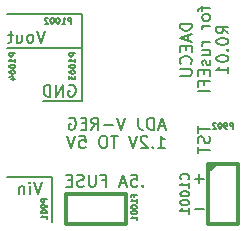
<source format=gbo>
G04 (created by PCBNEW (2013-07-07 BZR 4022)-stable) date 10/06/2015 20:15:53*
%MOIN*%
G04 Gerber Fmt 3.4, Leading zero omitted, Abs format*
%FSLAX34Y34*%
G01*
G70*
G90*
G04 APERTURE LIST*
%ADD10C,0.00590551*%
%ADD11C,0.005*%
%ADD12C,0.008*%
%ADD13C,0.012*%
G04 APERTURE END LIST*
G54D10*
G54D11*
X38816Y-33473D02*
X38797Y-33492D01*
X38816Y-33511D01*
X38835Y-33492D01*
X38816Y-33473D01*
X38816Y-33511D01*
X38435Y-33111D02*
X38626Y-33111D01*
X38645Y-33302D01*
X38626Y-33283D01*
X38588Y-33264D01*
X38492Y-33264D01*
X38454Y-33283D01*
X38435Y-33302D01*
X38416Y-33340D01*
X38416Y-33435D01*
X38435Y-33473D01*
X38454Y-33492D01*
X38492Y-33511D01*
X38588Y-33511D01*
X38626Y-33492D01*
X38645Y-33473D01*
X38264Y-33397D02*
X38073Y-33397D01*
X38302Y-33511D02*
X38169Y-33111D01*
X38035Y-33511D01*
X37464Y-33302D02*
X37597Y-33302D01*
X37597Y-33511D02*
X37597Y-33111D01*
X37407Y-33111D01*
X37254Y-33111D02*
X37254Y-33435D01*
X37235Y-33473D01*
X37216Y-33492D01*
X37178Y-33511D01*
X37102Y-33511D01*
X37064Y-33492D01*
X37045Y-33473D01*
X37026Y-33435D01*
X37026Y-33111D01*
X36854Y-33492D02*
X36797Y-33511D01*
X36702Y-33511D01*
X36664Y-33492D01*
X36645Y-33473D01*
X36626Y-33435D01*
X36626Y-33397D01*
X36645Y-33359D01*
X36664Y-33340D01*
X36702Y-33321D01*
X36778Y-33302D01*
X36816Y-33283D01*
X36835Y-33264D01*
X36854Y-33226D01*
X36854Y-33188D01*
X36835Y-33150D01*
X36816Y-33130D01*
X36778Y-33111D01*
X36683Y-33111D01*
X36626Y-33130D01*
X36454Y-33302D02*
X36321Y-33302D01*
X36264Y-33511D02*
X36454Y-33511D01*
X36454Y-33111D01*
X36264Y-33111D01*
X39549Y-31497D02*
X39359Y-31497D01*
X39588Y-31611D02*
X39454Y-31211D01*
X39321Y-31611D01*
X39188Y-31611D02*
X39188Y-31211D01*
X39092Y-31211D01*
X39035Y-31230D01*
X38997Y-31269D01*
X38978Y-31307D01*
X38959Y-31383D01*
X38959Y-31440D01*
X38978Y-31516D01*
X38997Y-31554D01*
X39035Y-31592D01*
X39092Y-31611D01*
X39188Y-31611D01*
X38673Y-31211D02*
X38673Y-31497D01*
X38692Y-31554D01*
X38730Y-31592D01*
X38788Y-31611D01*
X38826Y-31611D01*
X38235Y-31211D02*
X38102Y-31611D01*
X37969Y-31211D01*
X37835Y-31459D02*
X37530Y-31459D01*
X37111Y-31611D02*
X37245Y-31421D01*
X37340Y-31611D02*
X37340Y-31211D01*
X37188Y-31211D01*
X37150Y-31230D01*
X37130Y-31250D01*
X37111Y-31288D01*
X37111Y-31345D01*
X37130Y-31383D01*
X37150Y-31402D01*
X37188Y-31421D01*
X37340Y-31421D01*
X36940Y-31402D02*
X36807Y-31402D01*
X36750Y-31611D02*
X36940Y-31611D01*
X36940Y-31211D01*
X36750Y-31211D01*
X36369Y-31230D02*
X36407Y-31211D01*
X36464Y-31211D01*
X36521Y-31230D01*
X36559Y-31269D01*
X36578Y-31307D01*
X36597Y-31383D01*
X36597Y-31440D01*
X36578Y-31516D01*
X36559Y-31554D01*
X36521Y-31592D01*
X36464Y-31611D01*
X36426Y-31611D01*
X36369Y-31592D01*
X36350Y-31573D01*
X36350Y-31440D01*
X36426Y-31440D01*
X39321Y-32221D02*
X39549Y-32221D01*
X39435Y-32221D02*
X39435Y-31821D01*
X39473Y-31879D01*
X39511Y-31917D01*
X39549Y-31936D01*
X39149Y-32183D02*
X39130Y-32202D01*
X39149Y-32221D01*
X39169Y-32202D01*
X39149Y-32183D01*
X39149Y-32221D01*
X38978Y-31860D02*
X38959Y-31840D01*
X38921Y-31821D01*
X38826Y-31821D01*
X38788Y-31840D01*
X38769Y-31860D01*
X38749Y-31898D01*
X38749Y-31936D01*
X38769Y-31993D01*
X38997Y-32221D01*
X38749Y-32221D01*
X38635Y-31821D02*
X38502Y-32221D01*
X38369Y-31821D01*
X37988Y-31821D02*
X37759Y-31821D01*
X37873Y-32221D02*
X37873Y-31821D01*
X37549Y-31821D02*
X37473Y-31821D01*
X37435Y-31840D01*
X37397Y-31879D01*
X37378Y-31955D01*
X37378Y-32088D01*
X37397Y-32164D01*
X37435Y-32202D01*
X37473Y-32221D01*
X37549Y-32221D01*
X37588Y-32202D01*
X37626Y-32164D01*
X37645Y-32088D01*
X37645Y-31955D01*
X37626Y-31879D01*
X37588Y-31840D01*
X37549Y-31821D01*
X36711Y-31821D02*
X36902Y-31821D01*
X36921Y-32012D01*
X36902Y-31993D01*
X36864Y-31974D01*
X36769Y-31974D01*
X36730Y-31993D01*
X36711Y-32012D01*
X36692Y-32050D01*
X36692Y-32145D01*
X36711Y-32183D01*
X36730Y-32202D01*
X36769Y-32221D01*
X36864Y-32221D01*
X36902Y-32202D01*
X36921Y-32183D01*
X36578Y-31821D02*
X36445Y-32221D01*
X36311Y-31821D01*
X40461Y-28083D02*
X40061Y-28083D01*
X40061Y-28178D01*
X40080Y-28235D01*
X40119Y-28273D01*
X40157Y-28292D01*
X40233Y-28311D01*
X40290Y-28311D01*
X40366Y-28292D01*
X40404Y-28273D01*
X40442Y-28235D01*
X40461Y-28178D01*
X40461Y-28083D01*
X40347Y-28464D02*
X40347Y-28654D01*
X40461Y-28426D02*
X40061Y-28559D01*
X40461Y-28692D01*
X40252Y-28826D02*
X40252Y-28959D01*
X40461Y-29016D02*
X40461Y-28826D01*
X40061Y-28826D01*
X40061Y-29016D01*
X40423Y-29416D02*
X40442Y-29397D01*
X40461Y-29340D01*
X40461Y-29302D01*
X40442Y-29245D01*
X40404Y-29207D01*
X40366Y-29188D01*
X40290Y-29169D01*
X40233Y-29169D01*
X40157Y-29188D01*
X40119Y-29207D01*
X40080Y-29245D01*
X40061Y-29302D01*
X40061Y-29340D01*
X40080Y-29397D01*
X40100Y-29416D01*
X40061Y-29588D02*
X40385Y-29588D01*
X40423Y-29607D01*
X40442Y-29626D01*
X40461Y-29664D01*
X40461Y-29740D01*
X40442Y-29778D01*
X40423Y-29797D01*
X40385Y-29816D01*
X40061Y-29816D01*
X40805Y-27502D02*
X40805Y-27654D01*
X41071Y-27559D02*
X40729Y-27559D01*
X40690Y-27578D01*
X40671Y-27616D01*
X40671Y-27654D01*
X41071Y-27845D02*
X41052Y-27807D01*
X41033Y-27788D01*
X40995Y-27769D01*
X40881Y-27769D01*
X40843Y-27788D01*
X40824Y-27807D01*
X40805Y-27845D01*
X40805Y-27902D01*
X40824Y-27940D01*
X40843Y-27959D01*
X40881Y-27978D01*
X40995Y-27978D01*
X41033Y-27959D01*
X41052Y-27940D01*
X41071Y-27902D01*
X41071Y-27845D01*
X41071Y-28150D02*
X40805Y-28150D01*
X40881Y-28150D02*
X40843Y-28169D01*
X40824Y-28188D01*
X40805Y-28226D01*
X40805Y-28264D01*
X41071Y-28702D02*
X40805Y-28702D01*
X40881Y-28702D02*
X40843Y-28721D01*
X40824Y-28740D01*
X40805Y-28778D01*
X40805Y-28816D01*
X40805Y-29121D02*
X41071Y-29121D01*
X40805Y-28950D02*
X41014Y-28950D01*
X41052Y-28969D01*
X41071Y-29007D01*
X41071Y-29064D01*
X41052Y-29102D01*
X41033Y-29121D01*
X41052Y-29292D02*
X41071Y-29330D01*
X41071Y-29407D01*
X41052Y-29445D01*
X41014Y-29464D01*
X40995Y-29464D01*
X40957Y-29445D01*
X40938Y-29407D01*
X40938Y-29350D01*
X40919Y-29311D01*
X40881Y-29292D01*
X40862Y-29292D01*
X40824Y-29311D01*
X40805Y-29350D01*
X40805Y-29407D01*
X40824Y-29445D01*
X40862Y-29635D02*
X40862Y-29769D01*
X41071Y-29826D02*
X41071Y-29635D01*
X40671Y-29635D01*
X40671Y-29826D01*
X40862Y-30130D02*
X40862Y-29997D01*
X41071Y-29997D02*
X40671Y-29997D01*
X40671Y-30188D01*
X41071Y-30340D02*
X40671Y-30340D01*
X41681Y-28407D02*
X41491Y-28273D01*
X41681Y-28178D02*
X41281Y-28178D01*
X41281Y-28330D01*
X41300Y-28369D01*
X41320Y-28388D01*
X41358Y-28407D01*
X41415Y-28407D01*
X41453Y-28388D01*
X41472Y-28369D01*
X41491Y-28330D01*
X41491Y-28178D01*
X41281Y-28654D02*
X41281Y-28692D01*
X41300Y-28730D01*
X41320Y-28750D01*
X41358Y-28769D01*
X41434Y-28788D01*
X41529Y-28788D01*
X41605Y-28769D01*
X41643Y-28750D01*
X41662Y-28730D01*
X41681Y-28692D01*
X41681Y-28654D01*
X41662Y-28616D01*
X41643Y-28597D01*
X41605Y-28578D01*
X41529Y-28559D01*
X41434Y-28559D01*
X41358Y-28578D01*
X41320Y-28597D01*
X41300Y-28616D01*
X41281Y-28654D01*
X41643Y-28959D02*
X41662Y-28978D01*
X41681Y-28959D01*
X41662Y-28940D01*
X41643Y-28959D01*
X41681Y-28959D01*
X41281Y-29226D02*
X41281Y-29264D01*
X41300Y-29302D01*
X41320Y-29321D01*
X41358Y-29340D01*
X41434Y-29359D01*
X41529Y-29359D01*
X41605Y-29340D01*
X41643Y-29321D01*
X41662Y-29302D01*
X41681Y-29264D01*
X41681Y-29226D01*
X41662Y-29188D01*
X41643Y-29169D01*
X41605Y-29150D01*
X41529Y-29130D01*
X41434Y-29130D01*
X41358Y-29150D01*
X41320Y-29169D01*
X41300Y-29188D01*
X41281Y-29226D01*
X41681Y-29740D02*
X41681Y-29511D01*
X41681Y-29626D02*
X41281Y-29626D01*
X41339Y-29588D01*
X41377Y-29550D01*
X41396Y-29511D01*
X40661Y-31492D02*
X40661Y-31721D01*
X41061Y-31607D02*
X40661Y-31607D01*
X41042Y-31835D02*
X41061Y-31892D01*
X41061Y-31988D01*
X41042Y-32026D01*
X41023Y-32045D01*
X40985Y-32064D01*
X40947Y-32064D01*
X40909Y-32045D01*
X40890Y-32026D01*
X40871Y-31988D01*
X40852Y-31911D01*
X40833Y-31873D01*
X40814Y-31854D01*
X40776Y-31835D01*
X40738Y-31835D01*
X40700Y-31854D01*
X40680Y-31873D01*
X40661Y-31911D01*
X40661Y-32007D01*
X40680Y-32064D01*
X40661Y-32178D02*
X40661Y-32407D01*
X41061Y-32292D02*
X40661Y-32292D01*
G54D12*
X36800Y-27750D02*
X34300Y-27750D01*
X36800Y-28900D02*
X36800Y-27750D01*
X36800Y-30650D02*
X35500Y-30650D01*
X36800Y-28900D02*
X36800Y-30650D01*
X34300Y-28900D02*
X36800Y-28900D01*
X35800Y-33200D02*
X34300Y-33200D01*
X35800Y-34700D02*
X35800Y-33200D01*
G54D11*
X35459Y-33361D02*
X35326Y-33761D01*
X35192Y-33361D01*
X35059Y-33761D02*
X35059Y-33495D01*
X35059Y-33361D02*
X35078Y-33380D01*
X35059Y-33400D01*
X35040Y-33380D01*
X35059Y-33361D01*
X35059Y-33400D01*
X34869Y-33495D02*
X34869Y-33761D01*
X34869Y-33533D02*
X34849Y-33514D01*
X34811Y-33495D01*
X34754Y-33495D01*
X34716Y-33514D01*
X34697Y-33552D01*
X34697Y-33761D01*
X35559Y-28311D02*
X35426Y-28711D01*
X35292Y-28311D01*
X35102Y-28711D02*
X35140Y-28692D01*
X35159Y-28673D01*
X35178Y-28635D01*
X35178Y-28521D01*
X35159Y-28483D01*
X35140Y-28464D01*
X35102Y-28445D01*
X35045Y-28445D01*
X35007Y-28464D01*
X34988Y-28483D01*
X34969Y-28521D01*
X34969Y-28635D01*
X34988Y-28673D01*
X35007Y-28692D01*
X35045Y-28711D01*
X35102Y-28711D01*
X34626Y-28445D02*
X34626Y-28711D01*
X34797Y-28445D02*
X34797Y-28654D01*
X34778Y-28692D01*
X34740Y-28711D01*
X34683Y-28711D01*
X34645Y-28692D01*
X34626Y-28673D01*
X34492Y-28445D02*
X34340Y-28445D01*
X34435Y-28311D02*
X34435Y-28654D01*
X34416Y-28692D01*
X34378Y-28711D01*
X34340Y-28711D01*
X36354Y-30130D02*
X36392Y-30111D01*
X36450Y-30111D01*
X36507Y-30130D01*
X36545Y-30169D01*
X36564Y-30207D01*
X36583Y-30283D01*
X36583Y-30340D01*
X36564Y-30416D01*
X36545Y-30454D01*
X36507Y-30492D01*
X36450Y-30511D01*
X36411Y-30511D01*
X36354Y-30492D01*
X36335Y-30473D01*
X36335Y-30340D01*
X36411Y-30340D01*
X36164Y-30511D02*
X36164Y-30111D01*
X35935Y-30511D01*
X35935Y-30111D01*
X35745Y-30511D02*
X35745Y-30111D01*
X35649Y-30111D01*
X35592Y-30130D01*
X35554Y-30169D01*
X35535Y-30207D01*
X35516Y-30283D01*
X35516Y-30340D01*
X35535Y-30416D01*
X35554Y-30454D01*
X35592Y-30492D01*
X35649Y-30511D01*
X35745Y-30511D01*
G54D12*
X40700Y-33100D02*
X40700Y-33400D01*
X40850Y-33250D02*
X40550Y-33250D01*
X40850Y-34250D02*
X40550Y-34250D01*
G54D13*
X36250Y-33750D02*
X36250Y-34750D01*
X36250Y-34750D02*
X38250Y-34750D01*
X38250Y-34750D02*
X38250Y-33750D01*
X38250Y-33750D02*
X36250Y-33750D01*
X41000Y-32770D02*
X41000Y-34750D01*
X41000Y-34750D02*
X42000Y-34750D01*
X42000Y-34750D02*
X42000Y-32750D01*
X42000Y-32750D02*
X41000Y-32750D01*
X41250Y-32750D02*
X41000Y-33000D01*
G54D11*
X41838Y-31580D02*
X41838Y-31380D01*
X41761Y-31380D01*
X41742Y-31390D01*
X41733Y-31400D01*
X41723Y-31419D01*
X41723Y-31447D01*
X41733Y-31466D01*
X41742Y-31476D01*
X41761Y-31485D01*
X41838Y-31485D01*
X41628Y-31580D02*
X41590Y-31580D01*
X41571Y-31571D01*
X41561Y-31561D01*
X41542Y-31533D01*
X41533Y-31495D01*
X41533Y-31419D01*
X41542Y-31400D01*
X41552Y-31390D01*
X41571Y-31380D01*
X41609Y-31380D01*
X41628Y-31390D01*
X41638Y-31400D01*
X41647Y-31419D01*
X41647Y-31466D01*
X41638Y-31485D01*
X41628Y-31495D01*
X41609Y-31504D01*
X41571Y-31504D01*
X41552Y-31495D01*
X41542Y-31485D01*
X41533Y-31466D01*
X41409Y-31380D02*
X41390Y-31380D01*
X41371Y-31390D01*
X41361Y-31400D01*
X41352Y-31419D01*
X41342Y-31457D01*
X41342Y-31504D01*
X41352Y-31542D01*
X41361Y-31561D01*
X41371Y-31571D01*
X41390Y-31580D01*
X41409Y-31580D01*
X41428Y-31571D01*
X41438Y-31561D01*
X41447Y-31542D01*
X41457Y-31504D01*
X41457Y-31457D01*
X41447Y-31419D01*
X41438Y-31400D01*
X41428Y-31390D01*
X41409Y-31380D01*
X41266Y-31400D02*
X41257Y-31390D01*
X41238Y-31380D01*
X41190Y-31380D01*
X41171Y-31390D01*
X41161Y-31400D01*
X41152Y-31419D01*
X41152Y-31438D01*
X41161Y-31466D01*
X41276Y-31580D01*
X41152Y-31580D01*
X35630Y-33911D02*
X35430Y-33911D01*
X35430Y-33988D01*
X35440Y-34007D01*
X35450Y-34016D01*
X35469Y-34026D01*
X35497Y-34026D01*
X35516Y-34016D01*
X35526Y-34007D01*
X35535Y-33988D01*
X35535Y-33911D01*
X35630Y-34121D02*
X35630Y-34159D01*
X35621Y-34178D01*
X35611Y-34188D01*
X35583Y-34207D01*
X35545Y-34216D01*
X35469Y-34216D01*
X35450Y-34207D01*
X35440Y-34197D01*
X35430Y-34178D01*
X35430Y-34140D01*
X35440Y-34121D01*
X35450Y-34111D01*
X35469Y-34102D01*
X35516Y-34102D01*
X35535Y-34111D01*
X35545Y-34121D01*
X35554Y-34140D01*
X35554Y-34178D01*
X35545Y-34197D01*
X35535Y-34207D01*
X35516Y-34216D01*
X35430Y-34340D02*
X35430Y-34359D01*
X35440Y-34378D01*
X35450Y-34388D01*
X35469Y-34397D01*
X35507Y-34407D01*
X35554Y-34407D01*
X35592Y-34397D01*
X35611Y-34388D01*
X35621Y-34378D01*
X35630Y-34359D01*
X35630Y-34340D01*
X35621Y-34321D01*
X35611Y-34311D01*
X35592Y-34302D01*
X35554Y-34292D01*
X35507Y-34292D01*
X35469Y-34302D01*
X35450Y-34311D01*
X35440Y-34321D01*
X35430Y-34340D01*
X35630Y-34597D02*
X35630Y-34483D01*
X35630Y-34540D02*
X35430Y-34540D01*
X35459Y-34521D01*
X35478Y-34502D01*
X35488Y-34483D01*
X36580Y-29066D02*
X36380Y-29066D01*
X36380Y-29142D01*
X36390Y-29161D01*
X36400Y-29171D01*
X36419Y-29180D01*
X36447Y-29180D01*
X36466Y-29171D01*
X36476Y-29161D01*
X36485Y-29142D01*
X36485Y-29066D01*
X36580Y-29371D02*
X36580Y-29257D01*
X36580Y-29314D02*
X36380Y-29314D01*
X36409Y-29295D01*
X36428Y-29276D01*
X36438Y-29257D01*
X36380Y-29495D02*
X36380Y-29514D01*
X36390Y-29533D01*
X36400Y-29542D01*
X36419Y-29552D01*
X36457Y-29561D01*
X36504Y-29561D01*
X36542Y-29552D01*
X36561Y-29542D01*
X36571Y-29533D01*
X36580Y-29514D01*
X36580Y-29495D01*
X36571Y-29476D01*
X36561Y-29466D01*
X36542Y-29457D01*
X36504Y-29447D01*
X36457Y-29447D01*
X36419Y-29457D01*
X36400Y-29466D01*
X36390Y-29476D01*
X36380Y-29495D01*
X36380Y-29685D02*
X36380Y-29704D01*
X36390Y-29723D01*
X36400Y-29733D01*
X36419Y-29742D01*
X36457Y-29752D01*
X36504Y-29752D01*
X36542Y-29742D01*
X36561Y-29733D01*
X36571Y-29723D01*
X36580Y-29704D01*
X36580Y-29685D01*
X36571Y-29666D01*
X36561Y-29657D01*
X36542Y-29647D01*
X36504Y-29638D01*
X36457Y-29638D01*
X36419Y-29647D01*
X36400Y-29657D01*
X36390Y-29666D01*
X36380Y-29685D01*
X36380Y-29819D02*
X36380Y-29942D01*
X36457Y-29876D01*
X36457Y-29904D01*
X36466Y-29923D01*
X36476Y-29933D01*
X36495Y-29942D01*
X36542Y-29942D01*
X36561Y-29933D01*
X36571Y-29923D01*
X36580Y-29904D01*
X36580Y-29847D01*
X36571Y-29828D01*
X36561Y-29819D01*
X36433Y-28080D02*
X36433Y-27880D01*
X36357Y-27880D01*
X36338Y-27890D01*
X36328Y-27900D01*
X36319Y-27919D01*
X36319Y-27947D01*
X36328Y-27966D01*
X36338Y-27976D01*
X36357Y-27985D01*
X36433Y-27985D01*
X36128Y-28080D02*
X36242Y-28080D01*
X36185Y-28080D02*
X36185Y-27880D01*
X36204Y-27909D01*
X36223Y-27928D01*
X36242Y-27938D01*
X36004Y-27880D02*
X35985Y-27880D01*
X35966Y-27890D01*
X35957Y-27900D01*
X35947Y-27919D01*
X35938Y-27957D01*
X35938Y-28004D01*
X35947Y-28042D01*
X35957Y-28061D01*
X35966Y-28071D01*
X35985Y-28080D01*
X36004Y-28080D01*
X36023Y-28071D01*
X36033Y-28061D01*
X36042Y-28042D01*
X36052Y-28004D01*
X36052Y-27957D01*
X36042Y-27919D01*
X36033Y-27900D01*
X36023Y-27890D01*
X36004Y-27880D01*
X35814Y-27880D02*
X35795Y-27880D01*
X35776Y-27890D01*
X35766Y-27900D01*
X35757Y-27919D01*
X35747Y-27957D01*
X35747Y-28004D01*
X35757Y-28042D01*
X35766Y-28061D01*
X35776Y-28071D01*
X35795Y-28080D01*
X35814Y-28080D01*
X35833Y-28071D01*
X35842Y-28061D01*
X35852Y-28042D01*
X35861Y-28004D01*
X35861Y-27957D01*
X35852Y-27919D01*
X35842Y-27900D01*
X35833Y-27890D01*
X35814Y-27880D01*
X35671Y-27900D02*
X35661Y-27890D01*
X35642Y-27880D01*
X35595Y-27880D01*
X35576Y-27890D01*
X35566Y-27900D01*
X35557Y-27919D01*
X35557Y-27938D01*
X35566Y-27966D01*
X35680Y-28080D01*
X35557Y-28080D01*
X34580Y-29066D02*
X34380Y-29066D01*
X34380Y-29142D01*
X34390Y-29161D01*
X34400Y-29171D01*
X34419Y-29180D01*
X34447Y-29180D01*
X34466Y-29171D01*
X34476Y-29161D01*
X34485Y-29142D01*
X34485Y-29066D01*
X34580Y-29371D02*
X34580Y-29257D01*
X34580Y-29314D02*
X34380Y-29314D01*
X34409Y-29295D01*
X34428Y-29276D01*
X34438Y-29257D01*
X34380Y-29495D02*
X34380Y-29514D01*
X34390Y-29533D01*
X34400Y-29542D01*
X34419Y-29552D01*
X34457Y-29561D01*
X34504Y-29561D01*
X34542Y-29552D01*
X34561Y-29542D01*
X34571Y-29533D01*
X34580Y-29514D01*
X34580Y-29495D01*
X34571Y-29476D01*
X34561Y-29466D01*
X34542Y-29457D01*
X34504Y-29447D01*
X34457Y-29447D01*
X34419Y-29457D01*
X34400Y-29466D01*
X34390Y-29476D01*
X34380Y-29495D01*
X34380Y-29685D02*
X34380Y-29704D01*
X34390Y-29723D01*
X34400Y-29733D01*
X34419Y-29742D01*
X34457Y-29752D01*
X34504Y-29752D01*
X34542Y-29742D01*
X34561Y-29733D01*
X34571Y-29723D01*
X34580Y-29704D01*
X34580Y-29685D01*
X34571Y-29666D01*
X34561Y-29657D01*
X34542Y-29647D01*
X34504Y-29638D01*
X34457Y-29638D01*
X34419Y-29647D01*
X34400Y-29657D01*
X34390Y-29666D01*
X34380Y-29685D01*
X34447Y-29923D02*
X34580Y-29923D01*
X34371Y-29876D02*
X34514Y-29828D01*
X34514Y-29952D01*
X38526Y-33847D02*
X38526Y-33780D01*
X38630Y-33780D02*
X38430Y-33780D01*
X38430Y-33876D01*
X38630Y-34057D02*
X38630Y-33942D01*
X38630Y-34000D02*
X38430Y-34000D01*
X38459Y-33980D01*
X38478Y-33961D01*
X38488Y-33942D01*
X38430Y-34180D02*
X38430Y-34200D01*
X38440Y-34219D01*
X38450Y-34228D01*
X38469Y-34238D01*
X38507Y-34247D01*
X38554Y-34247D01*
X38592Y-34238D01*
X38611Y-34228D01*
X38621Y-34219D01*
X38630Y-34200D01*
X38630Y-34180D01*
X38621Y-34161D01*
X38611Y-34152D01*
X38592Y-34142D01*
X38554Y-34133D01*
X38507Y-34133D01*
X38469Y-34142D01*
X38450Y-34152D01*
X38440Y-34161D01*
X38430Y-34180D01*
X38430Y-34371D02*
X38430Y-34390D01*
X38440Y-34409D01*
X38450Y-34419D01*
X38469Y-34428D01*
X38507Y-34438D01*
X38554Y-34438D01*
X38592Y-34428D01*
X38611Y-34419D01*
X38621Y-34409D01*
X38630Y-34390D01*
X38630Y-34371D01*
X38621Y-34352D01*
X38611Y-34342D01*
X38592Y-34333D01*
X38554Y-34323D01*
X38507Y-34323D01*
X38469Y-34333D01*
X38450Y-34342D01*
X38440Y-34352D01*
X38430Y-34371D01*
X38630Y-34628D02*
X38630Y-34514D01*
X38630Y-34571D02*
X38430Y-34571D01*
X38459Y-34552D01*
X38478Y-34533D01*
X38488Y-34514D01*
X40342Y-33271D02*
X40357Y-33257D01*
X40371Y-33214D01*
X40371Y-33185D01*
X40357Y-33142D01*
X40328Y-33114D01*
X40300Y-33100D01*
X40242Y-33085D01*
X40200Y-33085D01*
X40142Y-33100D01*
X40114Y-33114D01*
X40085Y-33142D01*
X40071Y-33185D01*
X40071Y-33214D01*
X40085Y-33257D01*
X40100Y-33271D01*
X40371Y-33557D02*
X40371Y-33385D01*
X40371Y-33471D02*
X40071Y-33471D01*
X40114Y-33442D01*
X40142Y-33414D01*
X40157Y-33385D01*
X40071Y-33742D02*
X40071Y-33771D01*
X40085Y-33800D01*
X40100Y-33814D01*
X40128Y-33828D01*
X40185Y-33842D01*
X40257Y-33842D01*
X40314Y-33828D01*
X40342Y-33814D01*
X40357Y-33800D01*
X40371Y-33771D01*
X40371Y-33742D01*
X40357Y-33714D01*
X40342Y-33700D01*
X40314Y-33685D01*
X40257Y-33671D01*
X40185Y-33671D01*
X40128Y-33685D01*
X40100Y-33700D01*
X40085Y-33714D01*
X40071Y-33742D01*
X40071Y-34028D02*
X40071Y-34057D01*
X40085Y-34085D01*
X40100Y-34100D01*
X40128Y-34114D01*
X40185Y-34128D01*
X40257Y-34128D01*
X40314Y-34114D01*
X40342Y-34100D01*
X40357Y-34085D01*
X40371Y-34057D01*
X40371Y-34028D01*
X40357Y-34000D01*
X40342Y-33985D01*
X40314Y-33971D01*
X40257Y-33957D01*
X40185Y-33957D01*
X40128Y-33971D01*
X40100Y-33985D01*
X40085Y-34000D01*
X40071Y-34028D01*
X40371Y-34414D02*
X40371Y-34242D01*
X40371Y-34328D02*
X40071Y-34328D01*
X40114Y-34300D01*
X40142Y-34271D01*
X40157Y-34242D01*
M02*

</source>
